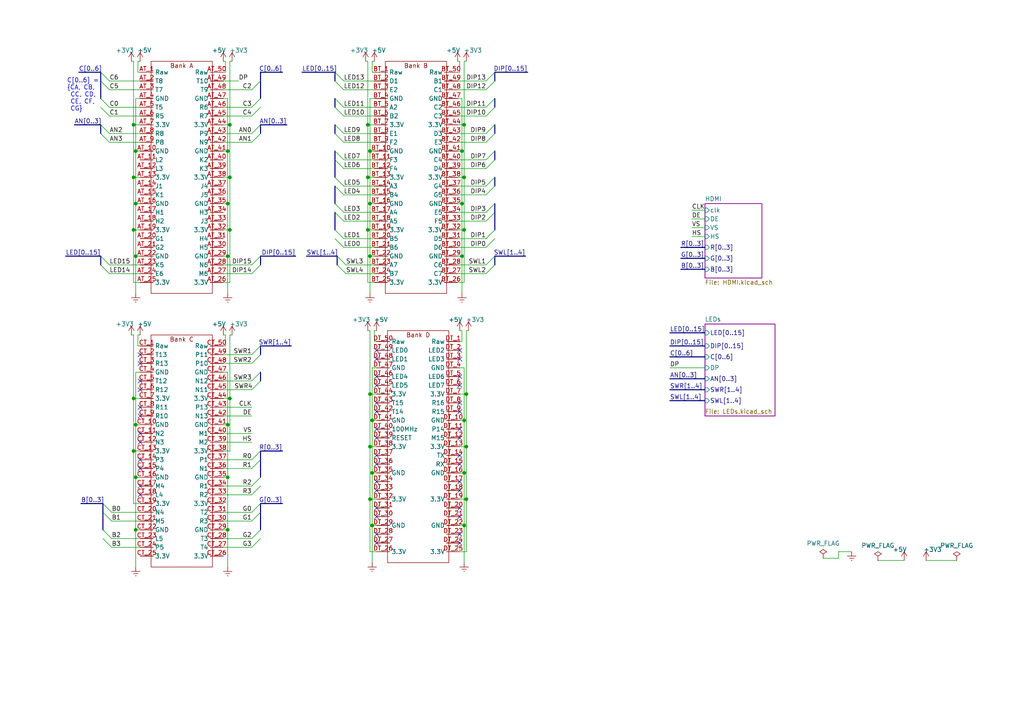
<source format=kicad_sch>
(kicad_sch (version 20200714) (host eeschema "(5.99.0-2416-g010316457)")
  (page 1 3)
  (paper "A4")
  (junction (at 38.735 36.195))
  (junction (at 38.735 51.435))
  (junction (at 38.735 66.675))
  (junction (at 38.735 115.57))
  (junction (at 38.735 130.81))
  (junction (at 39.37 43.815))
  (junction (at 39.37 59.055))
  (junction (at 39.37 74.295))
  (junction (at 39.37 123.19))
  (junction (at 39.37 138.43))
  (junction (at 39.37 153.67))
  (junction (at 66.04 43.815))
  (junction (at 66.04 59.055))
  (junction (at 66.04 74.295))
  (junction (at 66.04 123.19))
  (junction (at 66.04 138.43))
  (junction (at 66.04 153.67))
  (junction (at 66.675 36.195))
  (junction (at 66.675 51.435))
  (junction (at 66.675 66.675))
  (junction (at 66.675 115.57))
  (junction (at 106.68 36.195))
  (junction (at 106.68 51.435))
  (junction (at 106.68 66.675))
  (junction (at 107.315 43.815))
  (junction (at 107.315 59.055))
  (junction (at 107.315 74.295))
  (junction (at 107.315 114.3))
  (junction (at 107.315 129.54))
  (junction (at 107.315 144.78))
  (junction (at 107.95 121.92))
  (junction (at 107.95 137.16))
  (junction (at 107.95 152.4))
  (junction (at 133.985 43.815))
  (junction (at 133.985 59.055))
  (junction (at 133.985 74.295))
  (junction (at 134.62 36.195))
  (junction (at 134.62 51.435))
  (junction (at 134.62 66.675))
  (junction (at 134.62 121.92))
  (junction (at 134.62 137.16))
  (junction (at 134.62 152.4))
  (junction (at 135.255 114.3))
  (junction (at 135.255 129.54))
  (junction (at 135.255 144.78))
  (no_connect (at 133.35 111.76))
  (no_connect (at 133.35 104.14))
  (no_connect (at 109.22 119.38))
  (no_connect (at 40.64 143.51))
  (no_connect (at 133.35 116.84))
  (no_connect (at 109.22 104.14))
  (no_connect (at 133.35 157.48))
  (no_connect (at 40.64 133.35))
  (no_connect (at 109.22 124.46))
  (no_connect (at 109.22 132.08))
  (no_connect (at 109.22 134.62))
  (no_connect (at 109.22 109.22))
  (no_connect (at 40.64 140.97))
  (no_connect (at 109.22 101.6))
  (no_connect (at 133.35 147.32))
  (no_connect (at 40.64 102.87))
  (no_connect (at 109.22 157.48))
  (no_connect (at 109.22 154.94))
  (no_connect (at 133.35 134.62))
  (no_connect (at 133.35 132.08))
  (no_connect (at 133.35 101.6))
  (no_connect (at 109.22 149.86))
  (no_connect (at 109.22 127))
  (no_connect (at 133.35 127))
  (no_connect (at 40.64 120.65))
  (no_connect (at 109.22 116.84))
  (no_connect (at 133.35 124.46))
  (no_connect (at 40.64 125.73))
  (no_connect (at 40.64 113.03))
  (no_connect (at 40.64 128.27))
  (no_connect (at 133.35 119.38))
  (no_connect (at 40.64 135.89))
  (no_connect (at 133.35 149.86))
  (no_connect (at 40.64 118.11))
  (no_connect (at 133.35 154.94))
  (no_connect (at 40.64 110.49))
  (no_connect (at 133.35 139.7))
  (no_connect (at 40.64 105.41))
  (no_connect (at 133.35 142.24))
  (no_connect (at 109.22 139.7))
  (no_connect (at 109.22 147.32))
  (no_connect (at 109.22 142.24))
  (no_connect (at 109.22 111.76))
  (no_connect (at 133.35 109.22))
  (bus_entry (at 29.21 20.955) (size 2.54 2.54) (stroke (width 0.1524)))
  (bus_entry (at 29.21 23.495) (size 2.54 2.54) (stroke (width 0.1524)))
  (bus_entry (at 29.21 28.575) (size 2.54 2.54) (stroke (width 0.1524)))
  (bus_entry (at 29.21 31.115) (size 2.54 2.54) (stroke (width 0.1524)))
  (bus_entry (at 29.21 36.195) (size 2.54 2.54) (stroke (width 0.1524)))
  (bus_entry (at 29.21 38.735) (size 2.54 2.54) (stroke (width 0.1524)))
  (bus_entry (at 29.21 74.295) (size 2.54 2.54) (stroke (width 0.1524)))
  (bus_entry (at 29.21 76.835) (size 2.54 2.54) (stroke (width 0.1524)))
  (bus_entry (at 29.845 146.05) (size 2.54 2.54) (stroke (width 0.1524)))
  (bus_entry (at 29.845 148.59) (size 2.54 2.54) (stroke (width 0.1524)))
  (bus_entry (at 29.845 153.67) (size 2.54 2.54) (stroke (width 0.1524)))
  (bus_entry (at 29.845 156.21) (size 2.54 2.54) (stroke (width 0.1524)))
  (bus_entry (at 75.565 23.495) (size -2.54 2.54) (stroke (width 0.1524)))
  (bus_entry (at 75.565 28.575) (size -2.54 2.54) (stroke (width 0.1524)))
  (bus_entry (at 75.565 31.115) (size -2.54 2.54) (stroke (width 0.1524)))
  (bus_entry (at 75.565 36.195) (size -2.54 2.54) (stroke (width 0.1524)))
  (bus_entry (at 75.565 38.735) (size -2.54 2.54) (stroke (width 0.1524)))
  (bus_entry (at 75.565 74.295) (size -2.54 2.54) (stroke (width 0.1524)))
  (bus_entry (at 75.565 76.835) (size -2.54 2.54) (stroke (width 0.1524)))
  (bus_entry (at 75.565 100.33) (size -2.54 2.54) (stroke (width 0.1524)))
  (bus_entry (at 75.565 102.87) (size -2.54 2.54) (stroke (width 0.1524)))
  (bus_entry (at 75.565 107.95) (size -2.54 2.54) (stroke (width 0.1524)))
  (bus_entry (at 75.565 110.49) (size -2.54 2.54) (stroke (width 0.1524)))
  (bus_entry (at 75.565 130.81) (size -2.54 2.54) (stroke (width 0.1524)))
  (bus_entry (at 75.565 133.35) (size -2.54 2.54) (stroke (width 0.1524)))
  (bus_entry (at 75.565 138.43) (size -2.54 2.54) (stroke (width 0.1524)))
  (bus_entry (at 75.565 140.97) (size -2.54 2.54) (stroke (width 0.1524)))
  (bus_entry (at 75.565 146.05) (size -2.54 2.54) (stroke (width 0.1524)))
  (bus_entry (at 75.565 148.59) (size -2.54 2.54) (stroke (width 0.1524)))
  (bus_entry (at 75.565 153.67) (size -2.54 2.54) (stroke (width 0.1524)))
  (bus_entry (at 75.565 156.21) (size -2.54 2.54) (stroke (width 0.1524)))
  (bus_entry (at 97.155 20.955) (size 2.54 2.54) (stroke (width 0.1524)))
  (bus_entry (at 97.155 23.495) (size 2.54 2.54) (stroke (width 0.1524)))
  (bus_entry (at 97.155 28.575) (size 2.54 2.54) (stroke (width 0.1524)))
  (bus_entry (at 97.155 31.115) (size 2.54 2.54) (stroke (width 0.1524)))
  (bus_entry (at 97.155 36.195) (size 2.54 2.54) (stroke (width 0.1524)))
  (bus_entry (at 97.155 38.735) (size 2.54 2.54) (stroke (width 0.1524)))
  (bus_entry (at 97.155 43.815) (size 2.54 2.54) (stroke (width 0.1524)))
  (bus_entry (at 97.155 46.355) (size 2.54 2.54) (stroke (width 0.1524)))
  (bus_entry (at 97.155 51.435) (size 2.54 2.54) (stroke (width 0.1524)))
  (bus_entry (at 97.155 53.975) (size 2.54 2.54) (stroke (width 0.1524)))
  (bus_entry (at 97.155 59.055) (size 2.54 2.54) (stroke (width 0.1524)))
  (bus_entry (at 97.155 61.595) (size 2.54 2.54) (stroke (width 0.1524)))
  (bus_entry (at 97.155 66.675) (size 2.54 2.54) (stroke (width 0.1524)))
  (bus_entry (at 97.155 69.215) (size 2.54 2.54) (stroke (width 0.1524)))
  (bus_entry (at 97.79 74.295) (size 2.54 2.54) (stroke (width 0.1524)))
  (bus_entry (at 97.79 76.835) (size 2.54 2.54) (stroke (width 0.1524)))
  (bus_entry (at 143.51 20.955) (size -2.54 2.54) (stroke (width 0.1524)))
  (bus_entry (at 143.51 23.495) (size -2.54 2.54) (stroke (width 0.1524)))
  (bus_entry (at 143.51 28.575) (size -2.54 2.54) (stroke (width 0.1524)))
  (bus_entry (at 143.51 31.115) (size -2.54 2.54) (stroke (width 0.1524)))
  (bus_entry (at 143.51 36.195) (size -2.54 2.54) (stroke (width 0.1524)))
  (bus_entry (at 143.51 38.735) (size -2.54 2.54) (stroke (width 0.1524)))
  (bus_entry (at 143.51 43.815) (size -2.54 2.54) (stroke (width 0.1524)))
  (bus_entry (at 143.51 46.355) (size -2.54 2.54) (stroke (width 0.1524)))
  (bus_entry (at 143.51 51.435) (size -2.54 2.54) (stroke (width 0.1524)))
  (bus_entry (at 143.51 53.975) (size -2.54 2.54) (stroke (width 0.1524)))
  (bus_entry (at 143.51 59.055) (size -2.54 2.54) (stroke (width 0.1524)))
  (bus_entry (at 143.51 61.595) (size -2.54 2.54) (stroke (width 0.1524)))
  (bus_entry (at 143.51 66.675) (size -2.54 2.54) (stroke (width 0.1524)))
  (bus_entry (at 143.51 69.215) (size -2.54 2.54) (stroke (width 0.1524)))
  (bus_entry (at 143.51 74.295) (size -2.54 2.54) (stroke (width 0.1524)))
  (bus_entry (at 143.51 76.835) (size -2.54 2.54) (stroke (width 0.1524)))
  (wire (pts (xy 31.75 23.495) (xy 40.64 23.495)))
  (wire (pts (xy 31.75 26.035) (xy 40.64 26.035)))
  (wire (pts (xy 31.75 31.115) (xy 40.64 31.115)))
  (wire (pts (xy 31.75 33.655) (xy 40.64 33.655)))
  (wire (pts (xy 31.75 38.735) (xy 40.64 38.735)))
  (wire (pts (xy 31.75 41.275) (xy 40.64 41.275)))
  (wire (pts (xy 31.75 76.835) (xy 40.64 76.835)))
  (wire (pts (xy 31.75 79.375) (xy 40.64 79.375)))
  (wire (pts (xy 38.735 17.78) (xy 38.1 17.78)))
  (wire (pts (xy 38.735 36.195) (xy 38.735 17.78)))
  (wire (pts (xy 38.735 51.435) (xy 38.735 36.195)))
  (wire (pts (xy 38.735 66.675) (xy 38.735 51.435)))
  (wire (pts (xy 38.735 81.915) (xy 38.735 66.675)))
  (wire (pts (xy 38.735 97.155) (xy 38.1 97.155)))
  (wire (pts (xy 38.735 115.57) (xy 38.735 97.155)))
  (wire (pts (xy 38.735 130.81) (xy 38.735 115.57)))
  (wire (pts (xy 38.735 146.05) (xy 38.735 130.81)))
  (wire (pts (xy 39.37 28.575) (xy 39.37 43.815)))
  (wire (pts (xy 39.37 43.815) (xy 39.37 59.055)))
  (wire (pts (xy 39.37 59.055) (xy 39.37 74.295)))
  (wire (pts (xy 39.37 74.295) (xy 39.37 85.09)))
  (wire (pts (xy 39.37 107.95) (xy 39.37 123.19)))
  (wire (pts (xy 39.37 123.19) (xy 39.37 138.43)))
  (wire (pts (xy 39.37 138.43) (xy 39.37 153.67)))
  (wire (pts (xy 39.37 153.67) (xy 39.37 164.465)))
  (wire (pts (xy 40.005 17.78) (xy 40.005 20.955)))
  (wire (pts (xy 40.005 17.78) (xy 40.64 17.78)))
  (wire (pts (xy 40.005 20.955) (xy 40.64 20.955)))
  (wire (pts (xy 40.005 97.155) (xy 40.64 97.155)))
  (wire (pts (xy 40.005 100.33) (xy 40.005 97.155)))
  (wire (pts (xy 40.64 28.575) (xy 39.37 28.575)))
  (wire (pts (xy 40.64 36.195) (xy 38.735 36.195)))
  (wire (pts (xy 40.64 43.815) (xy 39.37 43.815)))
  (wire (pts (xy 40.64 51.435) (xy 38.735 51.435)))
  (wire (pts (xy 40.64 59.055) (xy 39.37 59.055)))
  (wire (pts (xy 40.64 66.675) (xy 38.735 66.675)))
  (wire (pts (xy 40.64 74.295) (xy 39.37 74.295)))
  (wire (pts (xy 40.64 81.915) (xy 38.735 81.915)))
  (wire (pts (xy 40.64 100.33) (xy 40.005 100.33)))
  (wire (pts (xy 40.64 107.95) (xy 39.37 107.95)))
  (wire (pts (xy 40.64 115.57) (xy 38.735 115.57)))
  (wire (pts (xy 40.64 123.19) (xy 39.37 123.19)))
  (wire (pts (xy 40.64 130.81) (xy 38.735 130.81)))
  (wire (pts (xy 40.64 138.43) (xy 39.37 138.43)))
  (wire (pts (xy 40.64 146.05) (xy 38.735 146.05)))
  (wire (pts (xy 40.64 148.59) (xy 32.385 148.59)))
  (wire (pts (xy 40.64 151.13) (xy 32.385 151.13)))
  (wire (pts (xy 40.64 153.67) (xy 39.37 153.67)))
  (wire (pts (xy 40.64 156.21) (xy 32.385 156.21)))
  (wire (pts (xy 40.64 158.75) (xy 32.385 158.75)))
  (wire (pts (xy 64.77 23.495) (xy 69.215 23.495)))
  (wire (pts (xy 64.77 26.035) (xy 73.025 26.035)))
  (wire (pts (xy 64.77 28.575) (xy 66.04 28.575)))
  (wire (pts (xy 64.77 31.115) (xy 73.025 31.115)))
  (wire (pts (xy 64.77 33.655) (xy 73.025 33.655)))
  (wire (pts (xy 64.77 36.195) (xy 66.675 36.195)))
  (wire (pts (xy 64.77 38.735) (xy 73.025 38.735)))
  (wire (pts (xy 64.77 41.275) (xy 73.025 41.275)))
  (wire (pts (xy 64.77 43.815) (xy 66.04 43.815)))
  (wire (pts (xy 64.77 51.435) (xy 66.675 51.435)))
  (wire (pts (xy 64.77 59.055) (xy 66.04 59.055)))
  (wire (pts (xy 64.77 66.675) (xy 66.675 66.675)))
  (wire (pts (xy 64.77 74.295) (xy 66.04 74.295)))
  (wire (pts (xy 64.77 76.835) (xy 73.025 76.835)))
  (wire (pts (xy 64.77 79.375) (xy 73.025 79.375)))
  (wire (pts (xy 64.77 81.915) (xy 66.675 81.915)))
  (wire (pts (xy 64.77 100.33) (xy 65.405 100.33)))
  (wire (pts (xy 64.77 102.87) (xy 73.025 102.87)))
  (wire (pts (xy 64.77 105.41) (xy 73.025 105.41)))
  (wire (pts (xy 64.77 107.95) (xy 66.04 107.95)))
  (wire (pts (xy 64.77 110.49) (xy 73.025 110.49)))
  (wire (pts (xy 64.77 113.03) (xy 73.025 113.03)))
  (wire (pts (xy 64.77 115.57) (xy 66.675 115.57)))
  (wire (pts (xy 64.77 118.11) (xy 73.025 118.11)))
  (wire (pts (xy 64.77 123.19) (xy 66.04 123.19)))
  (wire (pts (xy 64.77 125.73) (xy 73.025 125.73)))
  (wire (pts (xy 64.77 130.81) (xy 66.675 130.81)))
  (wire (pts (xy 64.77 133.35) (xy 73.025 133.35)))
  (wire (pts (xy 64.77 135.89) (xy 73.025 135.89)))
  (wire (pts (xy 64.77 138.43) (xy 66.04 138.43)))
  (wire (pts (xy 64.77 140.97) (xy 73.025 140.97)))
  (wire (pts (xy 64.77 143.51) (xy 73.025 143.51)))
  (wire (pts (xy 64.77 148.59) (xy 73.025 148.59)))
  (wire (pts (xy 64.77 151.13) (xy 73.025 151.13)))
  (wire (pts (xy 64.77 153.67) (xy 66.04 153.67)))
  (wire (pts (xy 64.77 156.21) (xy 73.025 156.21)))
  (wire (pts (xy 64.77 158.75) (xy 73.025 158.75)))
  (wire (pts (xy 65.405 17.78) (xy 64.77 17.78)))
  (wire (pts (xy 65.405 17.78) (xy 65.405 20.955)))
  (wire (pts (xy 65.405 20.955) (xy 64.77 20.955)))
  (wire (pts (xy 65.405 97.155) (xy 64.77 97.155)))
  (wire (pts (xy 65.405 100.33) (xy 65.405 97.155)))
  (wire (pts (xy 66.04 28.575) (xy 66.04 43.815)))
  (wire (pts (xy 66.04 43.815) (xy 66.04 59.055)))
  (wire (pts (xy 66.04 59.055) (xy 66.04 74.295)))
  (wire (pts (xy 66.04 74.295) (xy 66.04 85.09)))
  (wire (pts (xy 66.04 107.95) (xy 66.04 123.19)))
  (wire (pts (xy 66.04 123.19) (xy 66.04 138.43)))
  (wire (pts (xy 66.04 138.43) (xy 66.04 153.67)))
  (wire (pts (xy 66.04 153.67) (xy 66.04 164.465)))
  (wire (pts (xy 66.675 17.78) (xy 67.31 17.78)))
  (wire (pts (xy 66.675 36.195) (xy 66.675 17.78)))
  (wire (pts (xy 66.675 51.435) (xy 66.675 36.195)))
  (wire (pts (xy 66.675 66.675) (xy 66.675 51.435)))
  (wire (pts (xy 66.675 81.915) (xy 66.675 66.675)))
  (wire (pts (xy 66.675 97.155) (xy 67.31 97.155)))
  (wire (pts (xy 66.675 115.57) (xy 66.675 97.155)))
  (wire (pts (xy 66.675 130.81) (xy 66.675 115.57)))
  (wire (pts (xy 73.025 120.65) (xy 64.77 120.65)))
  (wire (pts (xy 73.025 128.27) (xy 64.77 128.27)))
  (wire (pts (xy 99.695 23.495) (xy 108.585 23.495)))
  (wire (pts (xy 99.695 26.035) (xy 108.585 26.035)))
  (wire (pts (xy 99.695 31.115) (xy 108.585 31.115)))
  (wire (pts (xy 99.695 33.655) (xy 108.585 33.655)))
  (wire (pts (xy 99.695 38.735) (xy 108.585 38.735)))
  (wire (pts (xy 99.695 41.275) (xy 108.585 41.275)))
  (wire (pts (xy 99.695 46.355) (xy 108.585 46.355)))
  (wire (pts (xy 99.695 48.895) (xy 108.585 48.895)))
  (wire (pts (xy 99.695 53.975) (xy 108.585 53.975)))
  (wire (pts (xy 99.695 56.515) (xy 108.585 56.515)))
  (wire (pts (xy 99.695 61.595) (xy 108.585 61.595)))
  (wire (pts (xy 99.695 64.135) (xy 108.585 64.135)))
  (wire (pts (xy 99.695 69.215) (xy 108.585 69.215)))
  (wire (pts (xy 99.695 71.755) (xy 108.585 71.755)))
  (wire (pts (xy 106.68 17.78) (xy 106.045 17.78)))
  (wire (pts (xy 106.68 36.195) (xy 106.68 17.78)))
  (wire (pts (xy 106.68 51.435) (xy 106.68 36.195)))
  (wire (pts (xy 106.68 66.675) (xy 106.68 51.435)))
  (wire (pts (xy 106.68 81.915) (xy 106.68 66.675)))
  (wire (pts (xy 107.315 28.575) (xy 107.315 43.815)))
  (wire (pts (xy 107.315 43.815) (xy 107.315 59.055)))
  (wire (pts (xy 107.315 59.055) (xy 107.315 74.295)))
  (wire (pts (xy 107.315 74.295) (xy 107.315 85.09)))
  (wire (pts (xy 107.315 95.885) (xy 106.68 95.885)))
  (wire (pts (xy 107.315 114.3) (xy 107.315 95.885)))
  (wire (pts (xy 107.315 129.54) (xy 107.315 114.3)))
  (wire (pts (xy 107.315 144.78) (xy 107.315 129.54)))
  (wire (pts (xy 107.315 160.02) (xy 107.315 144.78)))
  (wire (pts (xy 107.95 17.78) (xy 108.585 17.78)))
  (wire (pts (xy 107.95 20.955) (xy 107.95 17.78)))
  (wire (pts (xy 107.95 106.68) (xy 107.95 121.92)))
  (wire (pts (xy 107.95 121.92) (xy 107.95 137.16)))
  (wire (pts (xy 107.95 137.16) (xy 107.95 152.4)))
  (wire (pts (xy 107.95 152.4) (xy 107.95 163.195)))
  (wire (pts (xy 108.585 20.955) (xy 107.95 20.955)))
  (wire (pts (xy 108.585 28.575) (xy 107.315 28.575)))
  (wire (pts (xy 108.585 36.195) (xy 106.68 36.195)))
  (wire (pts (xy 108.585 43.815) (xy 107.315 43.815)))
  (wire (pts (xy 108.585 51.435) (xy 106.68 51.435)))
  (wire (pts (xy 108.585 59.055) (xy 107.315 59.055)))
  (wire (pts (xy 108.585 66.675) (xy 106.68 66.675)))
  (wire (pts (xy 108.585 74.295) (xy 107.315 74.295)))
  (wire (pts (xy 108.585 76.835) (xy 100.33 76.835)))
  (wire (pts (xy 108.585 79.375) (xy 100.33 79.375)))
  (wire (pts (xy 108.585 81.915) (xy 106.68 81.915)))
  (wire (pts (xy 108.585 95.885) (xy 109.22 95.885)))
  (wire (pts (xy 108.585 99.06) (xy 108.585 95.885)))
  (wire (pts (xy 109.22 99.06) (xy 108.585 99.06)))
  (wire (pts (xy 109.22 106.68) (xy 107.95 106.68)))
  (wire (pts (xy 109.22 114.3) (xy 107.315 114.3)))
  (wire (pts (xy 109.22 121.92) (xy 107.95 121.92)))
  (wire (pts (xy 109.22 129.54) (xy 107.315 129.54)))
  (wire (pts (xy 109.22 137.16) (xy 107.95 137.16)))
  (wire (pts (xy 109.22 144.78) (xy 107.315 144.78)))
  (wire (pts (xy 109.22 152.4) (xy 107.95 152.4)))
  (wire (pts (xy 109.22 160.02) (xy 107.315 160.02)))
  (wire (pts (xy 132.715 20.955) (xy 133.35 20.955)))
  (wire (pts (xy 132.715 23.495) (xy 140.97 23.495)))
  (wire (pts (xy 132.715 26.035) (xy 140.97 26.035)))
  (wire (pts (xy 132.715 28.575) (xy 133.985 28.575)))
  (wire (pts (xy 132.715 31.115) (xy 140.97 31.115)))
  (wire (pts (xy 132.715 33.655) (xy 140.97 33.655)))
  (wire (pts (xy 132.715 36.195) (xy 134.62 36.195)))
  (wire (pts (xy 132.715 38.735) (xy 140.97 38.735)))
  (wire (pts (xy 132.715 41.275) (xy 140.97 41.275)))
  (wire (pts (xy 132.715 43.815) (xy 133.985 43.815)))
  (wire (pts (xy 132.715 46.355) (xy 140.97 46.355)))
  (wire (pts (xy 132.715 48.895) (xy 140.97 48.895)))
  (wire (pts (xy 132.715 51.435) (xy 134.62 51.435)))
  (wire (pts (xy 132.715 53.975) (xy 140.97 53.975)))
  (wire (pts (xy 132.715 56.515) (xy 140.97 56.515)))
  (wire (pts (xy 132.715 59.055) (xy 133.985 59.055)))
  (wire (pts (xy 132.715 61.595) (xy 140.97 61.595)))
  (wire (pts (xy 132.715 64.135) (xy 140.97 64.135)))
  (wire (pts (xy 132.715 66.675) (xy 134.62 66.675)))
  (wire (pts (xy 132.715 69.215) (xy 140.97 69.215)))
  (wire (pts (xy 132.715 71.755) (xy 140.97 71.755)))
  (wire (pts (xy 132.715 74.295) (xy 133.985 74.295)))
  (wire (pts (xy 132.715 76.835) (xy 140.97 76.835)))
  (wire (pts (xy 132.715 79.375) (xy 140.97 79.375)))
  (wire (pts (xy 132.715 81.915) (xy 134.62 81.915)))
  (wire (pts (xy 133.35 17.78) (xy 132.715 17.78)))
  (wire (pts (xy 133.35 20.955) (xy 133.35 17.78)))
  (wire (pts (xy 133.35 99.06) (xy 133.985 99.06)))
  (wire (pts (xy 133.35 106.68) (xy 134.62 106.68)))
  (wire (pts (xy 133.35 114.3) (xy 135.255 114.3)))
  (wire (pts (xy 133.35 121.92) (xy 134.62 121.92)))
  (wire (pts (xy 133.35 129.54) (xy 135.255 129.54)))
  (wire (pts (xy 133.35 137.16) (xy 134.62 137.16)))
  (wire (pts (xy 133.35 144.78) (xy 135.255 144.78)))
  (wire (pts (xy 133.35 152.4) (xy 134.62 152.4)))
  (wire (pts (xy 133.35 160.02) (xy 135.255 160.02)))
  (wire (pts (xy 133.985 28.575) (xy 133.985 43.815)))
  (wire (pts (xy 133.985 43.815) (xy 133.985 59.055)))
  (wire (pts (xy 133.985 59.055) (xy 133.985 74.295)))
  (wire (pts (xy 133.985 74.295) (xy 133.985 85.09)))
  (wire (pts (xy 133.985 95.885) (xy 133.35 95.885)))
  (wire (pts (xy 133.985 99.06) (xy 133.985 95.885)))
  (wire (pts (xy 134.62 17.78) (xy 135.255 17.78)))
  (wire (pts (xy 134.62 36.195) (xy 134.62 17.78)))
  (wire (pts (xy 134.62 51.435) (xy 134.62 36.195)))
  (wire (pts (xy 134.62 66.675) (xy 134.62 51.435)))
  (wire (pts (xy 134.62 81.915) (xy 134.62 66.675)))
  (wire (pts (xy 134.62 106.68) (xy 134.62 121.92)))
  (wire (pts (xy 134.62 121.92) (xy 134.62 137.16)))
  (wire (pts (xy 134.62 137.16) (xy 134.62 152.4)))
  (wire (pts (xy 134.62 152.4) (xy 134.62 163.195)))
  (wire (pts (xy 135.255 95.885) (xy 135.89 95.885)))
  (wire (pts (xy 135.255 114.3) (xy 135.255 95.885)))
  (wire (pts (xy 135.255 129.54) (xy 135.255 114.3)))
  (wire (pts (xy 135.255 144.78) (xy 135.255 129.54)))
  (wire (pts (xy 135.255 160.02) (xy 135.255 144.78)))
  (wire (pts (xy 194.31 106.68) (xy 204.47 106.68)))
  (wire (pts (xy 200.66 60.96) (xy 204.47 60.96)))
  (wire (pts (xy 200.66 63.5) (xy 204.47 63.5)))
  (wire (pts (xy 200.66 66.04) (xy 204.47 66.04)))
  (wire (pts (xy 200.66 68.58) (xy 204.47 68.58)))
  (wire (pts (xy 243.205 160.02) (xy 243.205 161.925)))
  (wire (pts (xy 243.205 161.925) (xy 238.76 161.925)))
  (wire (pts (xy 247.015 160.02) (xy 243.205 160.02)))
  (wire (pts (xy 254.635 162.56) (xy 262.255 162.56)))
  (wire (pts (xy 268.605 162.56) (xy 277.495 162.56)))
  (bus (pts (xy 19.05 74.295) (xy 29.21 74.295)))
  (bus (pts (xy 29.21 20.955) (xy 22.86 20.955)))
  (bus (pts (xy 29.21 20.955) (xy 29.21 23.495)))
  (bus (pts (xy 29.21 23.495) (xy 29.21 31.115)))
  (bus (pts (xy 29.21 36.195) (xy 21.59 36.195)))
  (bus (pts (xy 29.21 36.195) (xy 29.21 38.735)))
  (bus (pts (xy 29.21 74.295) (xy 29.21 76.835)))
  (bus (pts (xy 29.845 146.05) (xy 23.495 146.05)))
  (bus (pts (xy 29.845 146.05) (xy 29.845 148.59)))
  (bus (pts (xy 29.845 148.59) (xy 29.845 156.21)))
  (bus (pts (xy 75.565 20.955) (xy 75.565 23.495)))
  (bus (pts (xy 75.565 20.955) (xy 81.915 20.955)))
  (bus (pts (xy 75.565 23.495) (xy 75.565 31.115)))
  (bus (pts (xy 75.565 36.195) (xy 75.565 38.735)))
  (bus (pts (xy 75.565 36.195) (xy 83.185 36.195)))
  (bus (pts (xy 75.565 74.295) (xy 75.565 76.835)))
  (bus (pts (xy 75.565 74.295) (xy 85.725 74.295)))
  (bus (pts (xy 75.565 100.33) (xy 75.565 107.95)))
  (bus (pts (xy 75.565 100.33) (xy 84.455 100.33)))
  (bus (pts (xy 75.565 107.95) (xy 75.565 110.49)))
  (bus (pts (xy 75.565 130.81) (xy 75.565 133.35)))
  (bus (pts (xy 75.565 130.81) (xy 81.915 130.81)))
  (bus (pts (xy 75.565 133.35) (xy 75.565 140.97)))
  (bus (pts (xy 75.565 146.05) (xy 75.565 148.59)))
  (bus (pts (xy 75.565 146.05) (xy 81.915 146.05)))
  (bus (pts (xy 75.565 148.59) (xy 75.565 156.21)))
  (bus (pts (xy 87.63 20.955) (xy 97.155 20.955)))
  (bus (pts (xy 88.9 74.295) (xy 97.79 74.295)))
  (bus (pts (xy 97.155 20.955) (xy 97.155 28.575)))
  (bus (pts (xy 97.155 28.575) (xy 97.155 36.195)))
  (bus (pts (xy 97.155 36.195) (xy 97.155 43.815)))
  (bus (pts (xy 97.155 43.815) (xy 97.155 46.355)))
  (bus (pts (xy 97.155 46.355) (xy 97.155 53.975)))
  (bus (pts (xy 97.155 53.975) (xy 97.155 61.595)))
  (bus (pts (xy 97.155 61.595) (xy 97.155 69.215)))
  (bus (pts (xy 97.79 74.295) (xy 97.79 76.835)))
  (bus (pts (xy 143.51 20.955) (xy 143.51 28.575)))
  (bus (pts (xy 143.51 20.955) (xy 153.035 20.955)))
  (bus (pts (xy 143.51 28.575) (xy 143.51 36.195)))
  (bus (pts (xy 143.51 36.195) (xy 143.51 43.815)))
  (bus (pts (xy 143.51 43.815) (xy 143.51 51.435)))
  (bus (pts (xy 143.51 51.435) (xy 143.51 59.055)))
  (bus (pts (xy 143.51 59.055) (xy 143.51 61.595)))
  (bus (pts (xy 143.51 61.595) (xy 143.51 69.215)))
  (bus (pts (xy 143.51 74.295) (xy 143.51 76.835)))
  (bus (pts (xy 143.51 74.295) (xy 152.4 74.295)))
  (bus (pts (xy 194.31 96.52) (xy 204.47 96.52)))
  (bus (pts (xy 194.31 100.33) (xy 204.47 100.33)))
  (bus (pts (xy 194.31 113.03) (xy 204.47 113.03)))
  (bus (pts (xy 194.31 116.205) (xy 204.47 116.205)))
  (bus (pts (xy 197.485 71.755) (xy 204.47 71.755)))
  (bus (pts (xy 197.485 74.93) (xy 204.47 74.93)))
  (bus (pts (xy 197.485 78.105) (xy 204.47 78.105)))
  (bus (pts (xy 204.47 103.505) (xy 194.31 103.505)))
  (bus (pts (xy 204.47 109.855) (xy 194.31 109.855)))
  (text "   C[0..6] = \n   {CA, CB,\n    CC, CD,\n    CE, CF,\n    CG}" (at 16.51 32.385 0) (effects (font (size 1.27 1.27)) (justify left bottom)))
  (label "LED[0..15]" (at 19.05 74.295 0))
  (label "AN[0..3]" (at 21.59 36.195 0))
  (label "C[0..6]" (at 22.86 20.955 0))
  (label "B[0..3]" (at 23.495 146.05 0))
  (label "C6" (at 31.75 23.495 0))
  (label "C5" (at 31.75 26.035 0))
  (label "C0" (at 31.75 31.115 0))
  (label "C1" (at 31.75 33.655 0))
  (label "AN2" (at 31.75 38.735 0))
  (label "AN3" (at 31.75 41.275 0))
  (label "LED15" (at 31.75 76.835 0))
  (label "LED14" (at 31.75 79.375 0))
  (label "B0" (at 32.385 148.59 0))
  (label "B1" (at 32.385 151.13 0))
  (label "B2" (at 32.385 156.21 0))
  (label "B3" (at 32.385 158.75 0))
  (label "SWR4" (at 67.945 113.03 0))
  (label "DP" (at 69.215 23.495 0))
  (label "AN1" (at 69.215 41.275 0))
  (label "C2" (at 73.025 26.035 180))
  (label "C3" (at 73.025 31.115 180))
  (label "C4" (at 73.025 33.655 180))
  (label "AN0" (at 73.025 38.735 180))
  (label "DIP15" (at 73.025 76.835 180))
  (label "DIP14" (at 73.025 79.375 180))
  (label "SWR1" (at 73.025 102.87 180))
  (label "SWR2" (at 73.025 105.41 180))
  (label "SWR3" (at 73.025 110.49 180))
  (label "CLK" (at 73.025 118.11 180))
  (label "DE" (at 73.025 120.65 180))
  (label "VS" (at 73.025 125.73 180))
  (label "HS" (at 73.025 128.27 180))
  (label "R0" (at 73.025 133.35 180))
  (label "R1" (at 73.025 135.89 180))
  (label "R2" (at 73.025 140.97 180))
  (label "R3" (at 73.025 143.51 180))
  (label "G0" (at 73.025 148.59 180))
  (label "G1" (at 73.025 151.13 180))
  (label "G2" (at 73.025 156.21 180))
  (label "G3" (at 73.025 158.75 180))
  (label "C[0..6]" (at 81.915 20.955 180))
  (label "R[0..3]" (at 81.915 130.81 180))
  (label "G[0..3]" (at 81.915 146.05 180))
  (label "AN[0..3]" (at 83.185 36.195 180))
  (label "SWR[1..4]" (at 84.455 100.33 180))
  (label "DIP[0..15]" (at 85.725 74.295 180))
  (label "LED[0..15]" (at 87.63 20.955 0))
  (label "SWL[1..4]" (at 88.9 74.295 0))
  (label "LED13" (at 99.695 23.495 0))
  (label "LED12" (at 99.695 26.035 0))
  (label "LED11" (at 99.695 31.115 0))
  (label "LED10" (at 99.695 33.655 0))
  (label "LED9" (at 99.695 38.735 0))
  (label "LED8" (at 99.695 41.275 0))
  (label "LED7" (at 99.695 46.355 0))
  (label "LED6" (at 99.695 48.895 0))
  (label "LED5" (at 99.695 53.975 0))
  (label "LED4" (at 99.695 56.515 0))
  (label "LED3" (at 99.695 61.595 0))
  (label "LED2" (at 99.695 64.135 0))
  (label "LED1" (at 99.695 69.215 0))
  (label "LED0" (at 99.695 71.755 0))
  (label "SWL3" (at 100.33 76.835 0))
  (label "SWL4" (at 100.33 79.375 0))
  (label "DIP13" (at 140.97 23.495 180))
  (label "DIP12" (at 140.97 26.035 180))
  (label "DIP11" (at 140.97 31.115 180))
  (label "DIP10" (at 140.97 33.655 180))
  (label "DIP9" (at 140.97 38.735 180))
  (label "DIP8" (at 140.97 41.275 180))
  (label "DIP7" (at 140.97 46.355 180))
  (label "DIP6" (at 140.97 48.895 180))
  (label "DIP5" (at 140.97 53.975 180))
  (label "DIP4" (at 140.97 56.515 180))
  (label "DIP3" (at 140.97 61.595 180))
  (label "DIP2" (at 140.97 64.135 180))
  (label "DIP1" (at 140.97 69.215 180))
  (label "DIP0" (at 140.97 71.755 180))
  (label "SWL1" (at 140.97 76.835 180))
  (label "SWL2" (at 140.97 79.375 180))
  (label "SWL[1..4]" (at 152.4 74.295 180))
  (label "DIP[0..15]" (at 153.035 20.955 180))
  (label "LED[0..15]" (at 194.31 96.52 0))
  (label "DIP[0..15]" (at 194.31 100.33 0))
  (label "C[0..6]" (at 194.31 103.505 0))
  (label "DP" (at 194.31 106.68 0))
  (label "AN[0..3]" (at 194.31 109.855 0))
  (label "SWR[1..4]" (at 194.31 113.03 0))
  (label "SWL[1..4]" (at 194.31 116.205 0))
  (label "R[0..3]" (at 197.485 71.755 0))
  (label "G[0..3]" (at 197.485 74.93 0))
  (label "B[0..3]" (at 197.485 78.105 0))
  (label "CLK" (at 200.66 60.96 0))
  (label "DE" (at 200.66 63.5 0))
  (label "VS" (at 200.66 66.04 0))
  (label "HS" (at 200.66 68.58 0))
  (symbol (lib_id "power:PWR_FLAG") (at 238.76 161.925 0) (unit 1)
    (property "Reference" "#FLG0103" (effects hide))
    (property "Value" "PWR_FLAG" (at 238.76 157.6006 0))
  )
  (symbol (lib_id "power:PWR_FLAG") (at 254.635 162.56 0) (unit 1)
    (property "Reference" "#FLG0101" (effects hide))
    (property "Value" "PWR_FLAG" (at 254.635 158.2356 0))
  )
  (symbol (lib_id "power:PWR_FLAG") (at 277.495 162.56 0) (unit 1)
    (property "Reference" "#FLG0102" (effects hide))
    (property "Value" "PWR_FLAG" (at 277.495 158.2356 0))
  )
  (symbol (lib_id "power:+3V3") (at 38.1 17.78 0) (unit 1)
    (property "Reference" "#PWR01" (effects hide))
    (property "Value" "+3V3" (at 36.195 14.605 0))
  )
  (symbol (lib_id "power:+3V3") (at 38.1 97.155 0) (unit 1)
    (property "Reference" "#PWR02" (effects hide))
    (property "Value" "+3V3" (at 36.195 93.98 0))
  )
  (symbol (lib_id "power:+5V") (at 40.64 17.78 0) (unit 1)
    (property "Reference" "#PWR05" (effects hide))
    (property "Value" "+5V" (at 41.91 14.605 0))
  )
  (symbol (lib_id "power:+5V") (at 40.64 97.155 0) (unit 1)
    (property "Reference" "#PWR06" (effects hide))
    (property "Value" "+5V" (at 41.91 93.98 0))
  )
  (symbol (lib_id "power:+5V") (at 64.77 17.78 0) (mirror y) (unit 1)
    (property "Reference" "#PWR07" (effects hide))
    (property "Value" "+5V" (at 63.5 14.605 0))
  )
  (symbol (lib_id "power:+5V") (at 64.77 97.155 0) (mirror y) (unit 1)
    (property "Reference" "#PWR08" (effects hide))
    (property "Value" "+5V" (at 63.5 93.98 0))
  )
  (symbol (lib_id "power:+3V3") (at 67.31 17.78 0) (mirror y) (unit 1)
    (property "Reference" "#PWR011" (effects hide))
    (property "Value" "+3V3" (at 69.215 14.605 0))
  )
  (symbol (lib_id "power:+3V3") (at 67.31 97.155 0) (mirror y) (unit 1)
    (property "Reference" "#PWR012" (effects hide))
    (property "Value" "+3V3" (at 69.215 93.98 0))
  )
  (symbol (lib_id "power:+3V3") (at 106.045 17.78 0) (unit 1)
    (property "Reference" "#PWR013" (effects hide))
    (property "Value" "+3V3" (at 104.14 14.605 0))
  )
  (symbol (lib_id "power:+3V3") (at 106.68 95.885 0) (unit 1)
    (property "Reference" "#PWR014" (effects hide))
    (property "Value" "+3V3" (at 104.775 92.71 0))
  )
  (symbol (lib_id "power:+5V") (at 108.585 17.78 0) (unit 1)
    (property "Reference" "#PWR017" (effects hide))
    (property "Value" "+5V" (at 109.855 14.605 0))
  )
  (symbol (lib_id "power:+5V") (at 109.22 95.885 0) (unit 1)
    (property "Reference" "#PWR018" (effects hide))
    (property "Value" "+5V" (at 110.49 92.71 0))
  )
  (symbol (lib_id "power:+5V") (at 132.715 17.78 0) (mirror y) (unit 1)
    (property "Reference" "#PWR019" (effects hide))
    (property "Value" "+5V" (at 131.445 14.605 0))
  )
  (symbol (lib_id "power:+5V") (at 133.35 95.885 0) (mirror y) (unit 1)
    (property "Reference" "#PWR020" (effects hide))
    (property "Value" "+5V" (at 132.08 92.71 0))
  )
  (symbol (lib_id "power:+3V3") (at 135.255 17.78 0) (mirror y) (unit 1)
    (property "Reference" "#PWR023" (effects hide))
    (property "Value" "+3V3" (at 137.16 14.605 0))
  )
  (symbol (lib_id "power:+3V3") (at 135.89 95.885 0) (mirror y) (unit 1)
    (property "Reference" "#PWR024" (effects hide))
    (property "Value" "+3V3" (at 137.795 92.71 0))
  )
  (symbol (lib_id "power:+5V") (at 262.255 162.56 0) (mirror y) (unit 1)
    (property "Reference" "#PWR0102" (effects hide))
    (property "Value" "+5V" (at 260.985 159.385 0))
  )
  (symbol (lib_id "power:+3V3") (at 268.605 162.56 0) (mirror y) (unit 1)
    (property "Reference" "#PWR0101" (effects hide))
    (property "Value" "+3V3" (at 270.51 159.385 0))
  )
  (symbol (lib_id "power:GNDREF") (at 39.37 85.09 0) (unit 1)
    (property "Reference" "#PWR03" (effects hide))
    (property "Value" "GNDREF" (effects hide))
  )
  (symbol (lib_id "power:GNDREF") (at 39.37 164.465 0) (mirror y) (unit 1)
    (property "Reference" "#PWR04" (effects hide))
    (property "Value" "GNDREF" (effects hide))
  )
  (symbol (lib_id "power:GNDREF") (at 66.04 85.09 0) (unit 1)
    (property "Reference" "#PWR09" (effects hide))
    (property "Value" "GNDREF" (effects hide))
  )
  (symbol (lib_id "power:GNDREF") (at 66.04 164.465 0) (unit 1)
    (property "Reference" "#PWR010" (effects hide))
    (property "Value" "GNDREF" (effects hide))
  )
  (symbol (lib_id "power:GNDREF") (at 107.315 85.09 0) (unit 1)
    (property "Reference" "#PWR015" (effects hide))
    (property "Value" "GNDREF" (effects hide))
  )
  (symbol (lib_id "power:GNDREF") (at 107.95 163.195 0) (mirror y) (unit 1)
    (property "Reference" "#PWR016" (effects hide))
    (property "Value" "GNDREF" (effects hide))
  )
  (symbol (lib_id "power:GNDREF") (at 133.985 85.09 0) (unit 1)
    (property "Reference" "#PWR021" (effects hide))
    (property "Value" "GNDREF" (effects hide))
  )
  (symbol (lib_id "power:GNDREF") (at 134.62 163.195 0) (unit 1)
    (property "Reference" "#PWR022" (effects hide))
    (property "Value" "GNDREF" (effects hide))
  )
  (symbol (lib_id "power:GNDREF") (at 247.015 160.02 0) (unit 1)
    (property "Reference" "#PWR0103" (effects hide))
    (property "Value" "GNDREF" (effects hide))
  )
  (symbol (lib_id "Custom_Symbols:Adaptor_both-alchitry_symbols") (at 43.815 85.09 0) (unit 1)
    (property "Reference" "U1" (effects hide))
    (property "Value" "boardmezzanine_new" (effects hide))
    (property "Footprint" "Custom_Parts:Alchitry_Top_Bottom" (effects hide))
  )
  (symbol (lib_id "Custom_Symbols:Adaptor_both-alchitry_symbols") (at 43.815 164.465 0) (unit 3)
    (property "Reference" "U1" (effects hide))
    (property "Value" "boardmezzanine_new" (effects hide))
    (property "Footprint" "Custom_Parts:Alchitry_Top_Bottom" (effects hide))
  )
  (symbol (lib_id "Custom_Symbols:Adaptor_both-alchitry_symbols") (at 111.76 85.09 0) (unit 2)
    (property "Reference" "U1" (effects hide))
    (property "Value" "boardmezzanine_new" (effects hide))
    (property "Footprint" "Custom_Parts:Alchitry_Top_Bottom" (effects hide))
  )
  (symbol (lib_id "Custom_Symbols:Adaptor_both-alchitry_symbols") (at 112.395 163.195 0) (unit 4)
    (property "Reference" "U1" (effects hide))
    (property "Value" "boardmezzanine_new" (effects hide))
    (property "Footprint" "Custom_Parts:Alchitry_Top_Bottom" (effects hide))
  )
  (sheet (at 204.47 59.055) (size 16.51 21.59) (stroke (width 0.1524) (color 132 0 132 1)) (fill (color 255 255 255 0.0000))
    (property "Sheet name" "HDMI" (at 204.47 58.4195 0) (effects (justify left bottom)))
    (property "Sheet file" "HDMI.kicad_sch" (at 204.47 81.1535 0) (effects (justify left top)))
    (pin "clk" input (at 204.47 60.96 180))
    (pin "DE" input (at 204.47 63.5 180))
    (pin "VS" input (at 204.47 66.04 180))
    (pin "HS" input (at 204.47 68.58 180))
    (pin "R[0..3]" input (at 204.47 71.755 180))
    (pin "G[0..3]" input (at 204.47 74.93 180))
    (pin "B[0..3]" input (at 204.47 78.105 180))
  )
  (sheet (at 204.47 93.98) (size 20.32 26.67) (stroke (width 0.1524) (color 132 0 132 1)) (fill (color 255 255 255 0.0000))
    (property "Sheet name" "LEDs" (at 204.47 93.3445 0) (effects (justify left bottom)))
    (property "Sheet file" "LEDs.kicad_sch" (at 204.47 118.6185 0) (effects (justify left top)))
    (pin "C[0..6]" input (at 204.47 103.505 180))
    (pin "AN[0..3]" input (at 204.47 109.855 180))
    (pin "DP" input (at 204.47 106.68 180))
    (pin "DIP[0..15]" input (at 204.47 100.33 180))
    (pin "LED[0..15]" input (at 204.47 96.52 180))
    (pin "SWL[1..4]" input (at 204.47 116.205 180))
    (pin "SWR[1..4]" input (at 204.47 113.03 180))
  )
)
</source>
